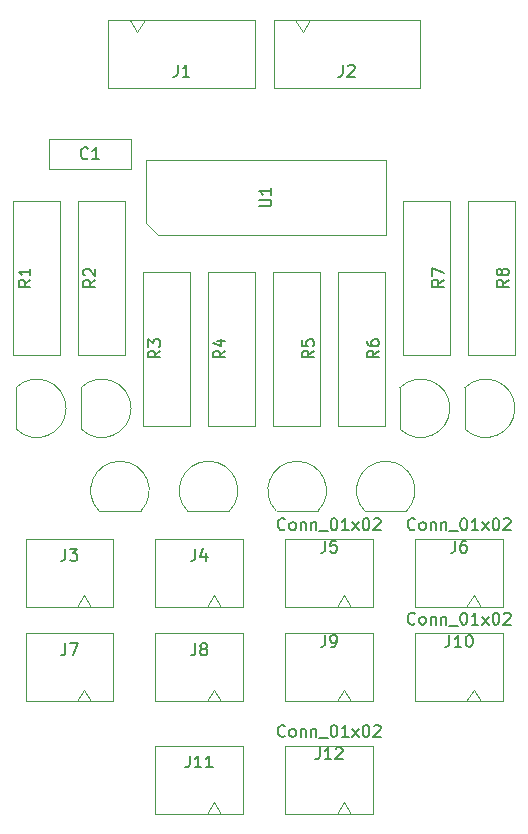
<source format=gbr>
G04 #@! TF.GenerationSoftware,KiCad,Pcbnew,(5.1.7)-1*
G04 #@! TF.CreationDate,2020-12-19T16:12:24+02:00*
G04 #@! TF.ProjectId,8_switch_array,385f7377-6974-4636-985f-61727261792e,rev?*
G04 #@! TF.SameCoordinates,Original*
G04 #@! TF.FileFunction,Other,Fab,Top*
%FSLAX46Y46*%
G04 Gerber Fmt 4.6, Leading zero omitted, Abs format (unit mm)*
G04 Created by KiCad (PCBNEW (5.1.7)-1) date 2020-12-19 16:12:24*
%MOMM*%
%LPD*%
G01*
G04 APERTURE LIST*
%ADD10C,0.100000*%
%ADD11C,0.150000*%
G04 APERTURE END LIST*
D10*
X153500000Y-101850000D02*
X152875000Y-102850000D01*
X154125000Y-102850000D02*
X153500000Y-101850000D01*
X148550000Y-102850000D02*
X155950000Y-102850000D01*
X148550000Y-97100000D02*
X148550000Y-102850000D01*
X155950000Y-97100000D02*
X148550000Y-97100000D01*
X155950000Y-102850000D02*
X155950000Y-97100000D01*
X137730000Y-53865000D02*
X136730000Y-52865000D01*
X157050000Y-53865000D02*
X137730000Y-53865000D01*
X157050000Y-47515000D02*
X157050000Y-53865000D01*
X136730000Y-47515000D02*
X157050000Y-47515000D01*
X136730000Y-52865000D02*
X136730000Y-47515000D01*
X135500000Y-48250000D02*
X135500000Y-45750000D01*
X135500000Y-45750000D02*
X128500000Y-45750000D01*
X128500000Y-45750000D02*
X128500000Y-48250000D01*
X128500000Y-48250000D02*
X135500000Y-48250000D01*
X158250000Y-66800000D02*
X158250000Y-70300000D01*
X158246375Y-66786375D02*
G75*
G02*
X162480000Y-68540000I1753625J-1753625D01*
G01*
X158246375Y-70293625D02*
G75*
G03*
X162480000Y-68540000I1753625J1753625D01*
G01*
X168000000Y-51000000D02*
X164000000Y-51000000D01*
X164000000Y-51000000D02*
X164000000Y-64000000D01*
X164000000Y-64000000D02*
X168000000Y-64000000D01*
X168000000Y-64000000D02*
X168000000Y-51000000D01*
X162500000Y-51000000D02*
X158500000Y-51000000D01*
X158500000Y-51000000D02*
X158500000Y-64000000D01*
X158500000Y-64000000D02*
X162500000Y-64000000D01*
X162500000Y-64000000D02*
X162500000Y-51000000D01*
X146000000Y-57000000D02*
X142000000Y-57000000D01*
X142000000Y-57000000D02*
X142000000Y-70000000D01*
X142000000Y-70000000D02*
X146000000Y-70000000D01*
X146000000Y-70000000D02*
X146000000Y-57000000D01*
X140500000Y-57000000D02*
X136500000Y-57000000D01*
X136500000Y-57000000D02*
X136500000Y-70000000D01*
X136500000Y-70000000D02*
X140500000Y-70000000D01*
X140500000Y-70000000D02*
X140500000Y-57000000D01*
X163750000Y-66800000D02*
X163750000Y-70300000D01*
X163746375Y-66786375D02*
G75*
G02*
X167980000Y-68540000I1753625J-1753625D01*
G01*
X163746375Y-70293625D02*
G75*
G03*
X167980000Y-68540000I1753625J1753625D01*
G01*
X140300000Y-77250000D02*
X143800000Y-77250000D01*
X140286375Y-77253625D02*
G75*
G02*
X142040000Y-73020000I1753625J1753625D01*
G01*
X143793625Y-77253625D02*
G75*
G03*
X142040000Y-73020000I-1753625J1753625D01*
G01*
X132800000Y-77250000D02*
X136300000Y-77250000D01*
X132786375Y-77253625D02*
G75*
G02*
X134540000Y-73020000I1753625J1753625D01*
G01*
X136293625Y-77253625D02*
G75*
G03*
X134540000Y-73020000I-1753625J1753625D01*
G01*
X166950000Y-93350000D02*
X166950000Y-87600000D01*
X166950000Y-87600000D02*
X159550000Y-87600000D01*
X159550000Y-87600000D02*
X159550000Y-93350000D01*
X159550000Y-93350000D02*
X166950000Y-93350000D01*
X165125000Y-93350000D02*
X164500000Y-92350000D01*
X164500000Y-92350000D02*
X163875000Y-93350000D01*
X155950000Y-93350000D02*
X155950000Y-87600000D01*
X155950000Y-87600000D02*
X148550000Y-87600000D01*
X148550000Y-87600000D02*
X148550000Y-93350000D01*
X148550000Y-93350000D02*
X155950000Y-93350000D01*
X154125000Y-93350000D02*
X153500000Y-92350000D01*
X153500000Y-92350000D02*
X152875000Y-93350000D01*
X166950000Y-85350000D02*
X166950000Y-79600000D01*
X166950000Y-79600000D02*
X159550000Y-79600000D01*
X159550000Y-79600000D02*
X159550000Y-85350000D01*
X159550000Y-85350000D02*
X166950000Y-85350000D01*
X165125000Y-85350000D02*
X164500000Y-84350000D01*
X164500000Y-84350000D02*
X163875000Y-85350000D01*
X155950000Y-85350000D02*
X155950000Y-79600000D01*
X155950000Y-79600000D02*
X148550000Y-79600000D01*
X148550000Y-79600000D02*
X148550000Y-85350000D01*
X148550000Y-85350000D02*
X155950000Y-85350000D01*
X154125000Y-85350000D02*
X153500000Y-84350000D01*
X153500000Y-84350000D02*
X152875000Y-85350000D01*
X135000000Y-51000000D02*
X131000000Y-51000000D01*
X131000000Y-51000000D02*
X131000000Y-64000000D01*
X131000000Y-64000000D02*
X135000000Y-64000000D01*
X135000000Y-64000000D02*
X135000000Y-51000000D01*
X151500000Y-57000000D02*
X147500000Y-57000000D01*
X147500000Y-57000000D02*
X147500000Y-70000000D01*
X147500000Y-70000000D02*
X151500000Y-70000000D01*
X151500000Y-70000000D02*
X151500000Y-57000000D01*
X129500000Y-51000000D02*
X125500000Y-51000000D01*
X125500000Y-51000000D02*
X125500000Y-64000000D01*
X125500000Y-64000000D02*
X129500000Y-64000000D01*
X129500000Y-64000000D02*
X129500000Y-51000000D01*
X157000000Y-57000000D02*
X153000000Y-57000000D01*
X153000000Y-57000000D02*
X153000000Y-70000000D01*
X153000000Y-70000000D02*
X157000000Y-70000000D01*
X157000000Y-70000000D02*
X157000000Y-57000000D01*
X131250000Y-66800000D02*
X131250000Y-70300000D01*
X131246375Y-66786375D02*
G75*
G02*
X135480000Y-68540000I1753625J-1753625D01*
G01*
X131246375Y-70293625D02*
G75*
G03*
X135480000Y-68540000I1753625J1753625D01*
G01*
X147800000Y-77250000D02*
X151300000Y-77250000D01*
X147786375Y-77253625D02*
G75*
G02*
X149540000Y-73020000I1753625J1753625D01*
G01*
X151293625Y-77253625D02*
G75*
G03*
X149540000Y-73020000I-1753625J1753625D01*
G01*
X125750000Y-66800000D02*
X125750000Y-70300000D01*
X125746375Y-66786375D02*
G75*
G02*
X129980000Y-68540000I1753625J-1753625D01*
G01*
X125746375Y-70293625D02*
G75*
G03*
X129980000Y-68540000I1753625J1753625D01*
G01*
X155300000Y-77250000D02*
X158800000Y-77250000D01*
X155286375Y-77253625D02*
G75*
G02*
X157040000Y-73020000I1753625J1753625D01*
G01*
X158793625Y-77253625D02*
G75*
G03*
X157040000Y-73020000I-1753625J1753625D01*
G01*
X144950000Y-102850000D02*
X144950000Y-97100000D01*
X144950000Y-97100000D02*
X137550000Y-97100000D01*
X137550000Y-97100000D02*
X137550000Y-102850000D01*
X137550000Y-102850000D02*
X144950000Y-102850000D01*
X143125000Y-102850000D02*
X142500000Y-101850000D01*
X142500000Y-101850000D02*
X141875000Y-102850000D01*
X144950000Y-85350000D02*
X144950000Y-79600000D01*
X144950000Y-79600000D02*
X137550000Y-79600000D01*
X137550000Y-79600000D02*
X137550000Y-85350000D01*
X137550000Y-85350000D02*
X144950000Y-85350000D01*
X143125000Y-85350000D02*
X142500000Y-84350000D01*
X142500000Y-84350000D02*
X141875000Y-85350000D01*
X133950000Y-93350000D02*
X133950000Y-87600000D01*
X133950000Y-87600000D02*
X126550000Y-87600000D01*
X126550000Y-87600000D02*
X126550000Y-93350000D01*
X126550000Y-93350000D02*
X133950000Y-93350000D01*
X132125000Y-93350000D02*
X131500000Y-92350000D01*
X131500000Y-92350000D02*
X130875000Y-93350000D01*
X133950000Y-85350000D02*
X133950000Y-79600000D01*
X133950000Y-79600000D02*
X126550000Y-79600000D01*
X126550000Y-79600000D02*
X126550000Y-85350000D01*
X126550000Y-85350000D02*
X133950000Y-85350000D01*
X132125000Y-85350000D02*
X131500000Y-84350000D01*
X131500000Y-84350000D02*
X130875000Y-85350000D01*
X144950000Y-93350000D02*
X144950000Y-87600000D01*
X144950000Y-87600000D02*
X137550000Y-87600000D01*
X137550000Y-87600000D02*
X137550000Y-93350000D01*
X137550000Y-93350000D02*
X144950000Y-93350000D01*
X143125000Y-93350000D02*
X142500000Y-92350000D01*
X142500000Y-92350000D02*
X141875000Y-93350000D01*
X147550000Y-35650000D02*
X147550000Y-41400000D01*
X147550000Y-41400000D02*
X159950000Y-41400000D01*
X159950000Y-41400000D02*
X159950000Y-35650000D01*
X159950000Y-35650000D02*
X147550000Y-35650000D01*
X149375000Y-35650000D02*
X150000000Y-36650000D01*
X150000000Y-36650000D02*
X150625000Y-35650000D01*
X133550000Y-35650000D02*
X133550000Y-41400000D01*
X133550000Y-41400000D02*
X145950000Y-41400000D01*
X145950000Y-41400000D02*
X145950000Y-35650000D01*
X145950000Y-35650000D02*
X133550000Y-35650000D01*
X135375000Y-35650000D02*
X136000000Y-36650000D01*
X136000000Y-36650000D02*
X136625000Y-35650000D01*
D11*
X148511904Y-96257142D02*
X148464285Y-96304761D01*
X148321428Y-96352380D01*
X148226190Y-96352380D01*
X148083333Y-96304761D01*
X147988095Y-96209523D01*
X147940476Y-96114285D01*
X147892857Y-95923809D01*
X147892857Y-95780952D01*
X147940476Y-95590476D01*
X147988095Y-95495238D01*
X148083333Y-95400000D01*
X148226190Y-95352380D01*
X148321428Y-95352380D01*
X148464285Y-95400000D01*
X148511904Y-95447619D01*
X149083333Y-96352380D02*
X148988095Y-96304761D01*
X148940476Y-96257142D01*
X148892857Y-96161904D01*
X148892857Y-95876190D01*
X148940476Y-95780952D01*
X148988095Y-95733333D01*
X149083333Y-95685714D01*
X149226190Y-95685714D01*
X149321428Y-95733333D01*
X149369047Y-95780952D01*
X149416666Y-95876190D01*
X149416666Y-96161904D01*
X149369047Y-96257142D01*
X149321428Y-96304761D01*
X149226190Y-96352380D01*
X149083333Y-96352380D01*
X149845238Y-95685714D02*
X149845238Y-96352380D01*
X149845238Y-95780952D02*
X149892857Y-95733333D01*
X149988095Y-95685714D01*
X150130952Y-95685714D01*
X150226190Y-95733333D01*
X150273809Y-95828571D01*
X150273809Y-96352380D01*
X150750000Y-95685714D02*
X150750000Y-96352380D01*
X150750000Y-95780952D02*
X150797619Y-95733333D01*
X150892857Y-95685714D01*
X151035714Y-95685714D01*
X151130952Y-95733333D01*
X151178571Y-95828571D01*
X151178571Y-96352380D01*
X151416666Y-96447619D02*
X152178571Y-96447619D01*
X152607142Y-95352380D02*
X152702380Y-95352380D01*
X152797619Y-95400000D01*
X152845238Y-95447619D01*
X152892857Y-95542857D01*
X152940476Y-95733333D01*
X152940476Y-95971428D01*
X152892857Y-96161904D01*
X152845238Y-96257142D01*
X152797619Y-96304761D01*
X152702380Y-96352380D01*
X152607142Y-96352380D01*
X152511904Y-96304761D01*
X152464285Y-96257142D01*
X152416666Y-96161904D01*
X152369047Y-95971428D01*
X152369047Y-95733333D01*
X152416666Y-95542857D01*
X152464285Y-95447619D01*
X152511904Y-95400000D01*
X152607142Y-95352380D01*
X153892857Y-96352380D02*
X153321428Y-96352380D01*
X153607142Y-96352380D02*
X153607142Y-95352380D01*
X153511904Y-95495238D01*
X153416666Y-95590476D01*
X153321428Y-95638095D01*
X154226190Y-96352380D02*
X154750000Y-95685714D01*
X154226190Y-95685714D02*
X154750000Y-96352380D01*
X155321428Y-95352380D02*
X155416666Y-95352380D01*
X155511904Y-95400000D01*
X155559523Y-95447619D01*
X155607142Y-95542857D01*
X155654761Y-95733333D01*
X155654761Y-95971428D01*
X155607142Y-96161904D01*
X155559523Y-96257142D01*
X155511904Y-96304761D01*
X155416666Y-96352380D01*
X155321428Y-96352380D01*
X155226190Y-96304761D01*
X155178571Y-96257142D01*
X155130952Y-96161904D01*
X155083333Y-95971428D01*
X155083333Y-95733333D01*
X155130952Y-95542857D01*
X155178571Y-95447619D01*
X155226190Y-95400000D01*
X155321428Y-95352380D01*
X156035714Y-95447619D02*
X156083333Y-95400000D01*
X156178571Y-95352380D01*
X156416666Y-95352380D01*
X156511904Y-95400000D01*
X156559523Y-95447619D01*
X156607142Y-95542857D01*
X156607142Y-95638095D01*
X156559523Y-95780952D01*
X155988095Y-96352380D01*
X156607142Y-96352380D01*
X151440476Y-97252380D02*
X151440476Y-97966666D01*
X151392857Y-98109523D01*
X151297619Y-98204761D01*
X151154761Y-98252380D01*
X151059523Y-98252380D01*
X152440476Y-98252380D02*
X151869047Y-98252380D01*
X152154761Y-98252380D02*
X152154761Y-97252380D01*
X152059523Y-97395238D01*
X151964285Y-97490476D01*
X151869047Y-97538095D01*
X152821428Y-97347619D02*
X152869047Y-97300000D01*
X152964285Y-97252380D01*
X153202380Y-97252380D01*
X153297619Y-97300000D01*
X153345238Y-97347619D01*
X153392857Y-97442857D01*
X153392857Y-97538095D01*
X153345238Y-97680952D01*
X152773809Y-98252380D01*
X153392857Y-98252380D01*
X146342380Y-51451904D02*
X147151904Y-51451904D01*
X147247142Y-51404285D01*
X147294761Y-51356666D01*
X147342380Y-51261428D01*
X147342380Y-51070952D01*
X147294761Y-50975714D01*
X147247142Y-50928095D01*
X147151904Y-50880476D01*
X146342380Y-50880476D01*
X147342380Y-49880476D02*
X147342380Y-50451904D01*
X147342380Y-50166190D02*
X146342380Y-50166190D01*
X146485238Y-50261428D01*
X146580476Y-50356666D01*
X146628095Y-50451904D01*
X131833333Y-47357142D02*
X131785714Y-47404761D01*
X131642857Y-47452380D01*
X131547619Y-47452380D01*
X131404761Y-47404761D01*
X131309523Y-47309523D01*
X131261904Y-47214285D01*
X131214285Y-47023809D01*
X131214285Y-46880952D01*
X131261904Y-46690476D01*
X131309523Y-46595238D01*
X131404761Y-46500000D01*
X131547619Y-46452380D01*
X131642857Y-46452380D01*
X131785714Y-46500000D01*
X131833333Y-46547619D01*
X132785714Y-47452380D02*
X132214285Y-47452380D01*
X132500000Y-47452380D02*
X132500000Y-46452380D01*
X132404761Y-46595238D01*
X132309523Y-46690476D01*
X132214285Y-46738095D01*
X167452380Y-57666666D02*
X166976190Y-58000000D01*
X167452380Y-58238095D02*
X166452380Y-58238095D01*
X166452380Y-57857142D01*
X166500000Y-57761904D01*
X166547619Y-57714285D01*
X166642857Y-57666666D01*
X166785714Y-57666666D01*
X166880952Y-57714285D01*
X166928571Y-57761904D01*
X166976190Y-57857142D01*
X166976190Y-58238095D01*
X166880952Y-57095238D02*
X166833333Y-57190476D01*
X166785714Y-57238095D01*
X166690476Y-57285714D01*
X166642857Y-57285714D01*
X166547619Y-57238095D01*
X166500000Y-57190476D01*
X166452380Y-57095238D01*
X166452380Y-56904761D01*
X166500000Y-56809523D01*
X166547619Y-56761904D01*
X166642857Y-56714285D01*
X166690476Y-56714285D01*
X166785714Y-56761904D01*
X166833333Y-56809523D01*
X166880952Y-56904761D01*
X166880952Y-57095238D01*
X166928571Y-57190476D01*
X166976190Y-57238095D01*
X167071428Y-57285714D01*
X167261904Y-57285714D01*
X167357142Y-57238095D01*
X167404761Y-57190476D01*
X167452380Y-57095238D01*
X167452380Y-56904761D01*
X167404761Y-56809523D01*
X167357142Y-56761904D01*
X167261904Y-56714285D01*
X167071428Y-56714285D01*
X166976190Y-56761904D01*
X166928571Y-56809523D01*
X166880952Y-56904761D01*
X161952380Y-57666666D02*
X161476190Y-58000000D01*
X161952380Y-58238095D02*
X160952380Y-58238095D01*
X160952380Y-57857142D01*
X161000000Y-57761904D01*
X161047619Y-57714285D01*
X161142857Y-57666666D01*
X161285714Y-57666666D01*
X161380952Y-57714285D01*
X161428571Y-57761904D01*
X161476190Y-57857142D01*
X161476190Y-58238095D01*
X160952380Y-57333333D02*
X160952380Y-56666666D01*
X161952380Y-57095238D01*
X143452380Y-63666666D02*
X142976190Y-64000000D01*
X143452380Y-64238095D02*
X142452380Y-64238095D01*
X142452380Y-63857142D01*
X142500000Y-63761904D01*
X142547619Y-63714285D01*
X142642857Y-63666666D01*
X142785714Y-63666666D01*
X142880952Y-63714285D01*
X142928571Y-63761904D01*
X142976190Y-63857142D01*
X142976190Y-64238095D01*
X142785714Y-62809523D02*
X143452380Y-62809523D01*
X142404761Y-63047619D02*
X143119047Y-63285714D01*
X143119047Y-62666666D01*
X137952380Y-63666666D02*
X137476190Y-64000000D01*
X137952380Y-64238095D02*
X136952380Y-64238095D01*
X136952380Y-63857142D01*
X137000000Y-63761904D01*
X137047619Y-63714285D01*
X137142857Y-63666666D01*
X137285714Y-63666666D01*
X137380952Y-63714285D01*
X137428571Y-63761904D01*
X137476190Y-63857142D01*
X137476190Y-64238095D01*
X136952380Y-63333333D02*
X136952380Y-62714285D01*
X137333333Y-63047619D01*
X137333333Y-62904761D01*
X137380952Y-62809523D01*
X137428571Y-62761904D01*
X137523809Y-62714285D01*
X137761904Y-62714285D01*
X137857142Y-62761904D01*
X137904761Y-62809523D01*
X137952380Y-62904761D01*
X137952380Y-63190476D01*
X137904761Y-63285714D01*
X137857142Y-63333333D01*
X159511904Y-86757142D02*
X159464285Y-86804761D01*
X159321428Y-86852380D01*
X159226190Y-86852380D01*
X159083333Y-86804761D01*
X158988095Y-86709523D01*
X158940476Y-86614285D01*
X158892857Y-86423809D01*
X158892857Y-86280952D01*
X158940476Y-86090476D01*
X158988095Y-85995238D01*
X159083333Y-85900000D01*
X159226190Y-85852380D01*
X159321428Y-85852380D01*
X159464285Y-85900000D01*
X159511904Y-85947619D01*
X160083333Y-86852380D02*
X159988095Y-86804761D01*
X159940476Y-86757142D01*
X159892857Y-86661904D01*
X159892857Y-86376190D01*
X159940476Y-86280952D01*
X159988095Y-86233333D01*
X160083333Y-86185714D01*
X160226190Y-86185714D01*
X160321428Y-86233333D01*
X160369047Y-86280952D01*
X160416666Y-86376190D01*
X160416666Y-86661904D01*
X160369047Y-86757142D01*
X160321428Y-86804761D01*
X160226190Y-86852380D01*
X160083333Y-86852380D01*
X160845238Y-86185714D02*
X160845238Y-86852380D01*
X160845238Y-86280952D02*
X160892857Y-86233333D01*
X160988095Y-86185714D01*
X161130952Y-86185714D01*
X161226190Y-86233333D01*
X161273809Y-86328571D01*
X161273809Y-86852380D01*
X161750000Y-86185714D02*
X161750000Y-86852380D01*
X161750000Y-86280952D02*
X161797619Y-86233333D01*
X161892857Y-86185714D01*
X162035714Y-86185714D01*
X162130952Y-86233333D01*
X162178571Y-86328571D01*
X162178571Y-86852380D01*
X162416666Y-86947619D02*
X163178571Y-86947619D01*
X163607142Y-85852380D02*
X163702380Y-85852380D01*
X163797619Y-85900000D01*
X163845238Y-85947619D01*
X163892857Y-86042857D01*
X163940476Y-86233333D01*
X163940476Y-86471428D01*
X163892857Y-86661904D01*
X163845238Y-86757142D01*
X163797619Y-86804761D01*
X163702380Y-86852380D01*
X163607142Y-86852380D01*
X163511904Y-86804761D01*
X163464285Y-86757142D01*
X163416666Y-86661904D01*
X163369047Y-86471428D01*
X163369047Y-86233333D01*
X163416666Y-86042857D01*
X163464285Y-85947619D01*
X163511904Y-85900000D01*
X163607142Y-85852380D01*
X164892857Y-86852380D02*
X164321428Y-86852380D01*
X164607142Y-86852380D02*
X164607142Y-85852380D01*
X164511904Y-85995238D01*
X164416666Y-86090476D01*
X164321428Y-86138095D01*
X165226190Y-86852380D02*
X165750000Y-86185714D01*
X165226190Y-86185714D02*
X165750000Y-86852380D01*
X166321428Y-85852380D02*
X166416666Y-85852380D01*
X166511904Y-85900000D01*
X166559523Y-85947619D01*
X166607142Y-86042857D01*
X166654761Y-86233333D01*
X166654761Y-86471428D01*
X166607142Y-86661904D01*
X166559523Y-86757142D01*
X166511904Y-86804761D01*
X166416666Y-86852380D01*
X166321428Y-86852380D01*
X166226190Y-86804761D01*
X166178571Y-86757142D01*
X166130952Y-86661904D01*
X166083333Y-86471428D01*
X166083333Y-86233333D01*
X166130952Y-86042857D01*
X166178571Y-85947619D01*
X166226190Y-85900000D01*
X166321428Y-85852380D01*
X167035714Y-85947619D02*
X167083333Y-85900000D01*
X167178571Y-85852380D01*
X167416666Y-85852380D01*
X167511904Y-85900000D01*
X167559523Y-85947619D01*
X167607142Y-86042857D01*
X167607142Y-86138095D01*
X167559523Y-86280952D01*
X166988095Y-86852380D01*
X167607142Y-86852380D01*
X162440476Y-87752380D02*
X162440476Y-88466666D01*
X162392857Y-88609523D01*
X162297619Y-88704761D01*
X162154761Y-88752380D01*
X162059523Y-88752380D01*
X163440476Y-88752380D02*
X162869047Y-88752380D01*
X163154761Y-88752380D02*
X163154761Y-87752380D01*
X163059523Y-87895238D01*
X162964285Y-87990476D01*
X162869047Y-88038095D01*
X164059523Y-87752380D02*
X164154761Y-87752380D01*
X164250000Y-87800000D01*
X164297619Y-87847619D01*
X164345238Y-87942857D01*
X164392857Y-88133333D01*
X164392857Y-88371428D01*
X164345238Y-88561904D01*
X164297619Y-88657142D01*
X164250000Y-88704761D01*
X164154761Y-88752380D01*
X164059523Y-88752380D01*
X163964285Y-88704761D01*
X163916666Y-88657142D01*
X163869047Y-88561904D01*
X163821428Y-88371428D01*
X163821428Y-88133333D01*
X163869047Y-87942857D01*
X163916666Y-87847619D01*
X163964285Y-87800000D01*
X164059523Y-87752380D01*
X151916666Y-87752380D02*
X151916666Y-88466666D01*
X151869047Y-88609523D01*
X151773809Y-88704761D01*
X151630952Y-88752380D01*
X151535714Y-88752380D01*
X152440476Y-88752380D02*
X152630952Y-88752380D01*
X152726190Y-88704761D01*
X152773809Y-88657142D01*
X152869047Y-88514285D01*
X152916666Y-88323809D01*
X152916666Y-87942857D01*
X152869047Y-87847619D01*
X152821428Y-87800000D01*
X152726190Y-87752380D01*
X152535714Y-87752380D01*
X152440476Y-87800000D01*
X152392857Y-87847619D01*
X152345238Y-87942857D01*
X152345238Y-88180952D01*
X152392857Y-88276190D01*
X152440476Y-88323809D01*
X152535714Y-88371428D01*
X152726190Y-88371428D01*
X152821428Y-88323809D01*
X152869047Y-88276190D01*
X152916666Y-88180952D01*
X159511904Y-78757142D02*
X159464285Y-78804761D01*
X159321428Y-78852380D01*
X159226190Y-78852380D01*
X159083333Y-78804761D01*
X158988095Y-78709523D01*
X158940476Y-78614285D01*
X158892857Y-78423809D01*
X158892857Y-78280952D01*
X158940476Y-78090476D01*
X158988095Y-77995238D01*
X159083333Y-77900000D01*
X159226190Y-77852380D01*
X159321428Y-77852380D01*
X159464285Y-77900000D01*
X159511904Y-77947619D01*
X160083333Y-78852380D02*
X159988095Y-78804761D01*
X159940476Y-78757142D01*
X159892857Y-78661904D01*
X159892857Y-78376190D01*
X159940476Y-78280952D01*
X159988095Y-78233333D01*
X160083333Y-78185714D01*
X160226190Y-78185714D01*
X160321428Y-78233333D01*
X160369047Y-78280952D01*
X160416666Y-78376190D01*
X160416666Y-78661904D01*
X160369047Y-78757142D01*
X160321428Y-78804761D01*
X160226190Y-78852380D01*
X160083333Y-78852380D01*
X160845238Y-78185714D02*
X160845238Y-78852380D01*
X160845238Y-78280952D02*
X160892857Y-78233333D01*
X160988095Y-78185714D01*
X161130952Y-78185714D01*
X161226190Y-78233333D01*
X161273809Y-78328571D01*
X161273809Y-78852380D01*
X161750000Y-78185714D02*
X161750000Y-78852380D01*
X161750000Y-78280952D02*
X161797619Y-78233333D01*
X161892857Y-78185714D01*
X162035714Y-78185714D01*
X162130952Y-78233333D01*
X162178571Y-78328571D01*
X162178571Y-78852380D01*
X162416666Y-78947619D02*
X163178571Y-78947619D01*
X163607142Y-77852380D02*
X163702380Y-77852380D01*
X163797619Y-77900000D01*
X163845238Y-77947619D01*
X163892857Y-78042857D01*
X163940476Y-78233333D01*
X163940476Y-78471428D01*
X163892857Y-78661904D01*
X163845238Y-78757142D01*
X163797619Y-78804761D01*
X163702380Y-78852380D01*
X163607142Y-78852380D01*
X163511904Y-78804761D01*
X163464285Y-78757142D01*
X163416666Y-78661904D01*
X163369047Y-78471428D01*
X163369047Y-78233333D01*
X163416666Y-78042857D01*
X163464285Y-77947619D01*
X163511904Y-77900000D01*
X163607142Y-77852380D01*
X164892857Y-78852380D02*
X164321428Y-78852380D01*
X164607142Y-78852380D02*
X164607142Y-77852380D01*
X164511904Y-77995238D01*
X164416666Y-78090476D01*
X164321428Y-78138095D01*
X165226190Y-78852380D02*
X165750000Y-78185714D01*
X165226190Y-78185714D02*
X165750000Y-78852380D01*
X166321428Y-77852380D02*
X166416666Y-77852380D01*
X166511904Y-77900000D01*
X166559523Y-77947619D01*
X166607142Y-78042857D01*
X166654761Y-78233333D01*
X166654761Y-78471428D01*
X166607142Y-78661904D01*
X166559523Y-78757142D01*
X166511904Y-78804761D01*
X166416666Y-78852380D01*
X166321428Y-78852380D01*
X166226190Y-78804761D01*
X166178571Y-78757142D01*
X166130952Y-78661904D01*
X166083333Y-78471428D01*
X166083333Y-78233333D01*
X166130952Y-78042857D01*
X166178571Y-77947619D01*
X166226190Y-77900000D01*
X166321428Y-77852380D01*
X167035714Y-77947619D02*
X167083333Y-77900000D01*
X167178571Y-77852380D01*
X167416666Y-77852380D01*
X167511904Y-77900000D01*
X167559523Y-77947619D01*
X167607142Y-78042857D01*
X167607142Y-78138095D01*
X167559523Y-78280952D01*
X166988095Y-78852380D01*
X167607142Y-78852380D01*
X162916666Y-79752380D02*
X162916666Y-80466666D01*
X162869047Y-80609523D01*
X162773809Y-80704761D01*
X162630952Y-80752380D01*
X162535714Y-80752380D01*
X163821428Y-79752380D02*
X163630952Y-79752380D01*
X163535714Y-79800000D01*
X163488095Y-79847619D01*
X163392857Y-79990476D01*
X163345238Y-80180952D01*
X163345238Y-80561904D01*
X163392857Y-80657142D01*
X163440476Y-80704761D01*
X163535714Y-80752380D01*
X163726190Y-80752380D01*
X163821428Y-80704761D01*
X163869047Y-80657142D01*
X163916666Y-80561904D01*
X163916666Y-80323809D01*
X163869047Y-80228571D01*
X163821428Y-80180952D01*
X163726190Y-80133333D01*
X163535714Y-80133333D01*
X163440476Y-80180952D01*
X163392857Y-80228571D01*
X163345238Y-80323809D01*
X148511904Y-78757142D02*
X148464285Y-78804761D01*
X148321428Y-78852380D01*
X148226190Y-78852380D01*
X148083333Y-78804761D01*
X147988095Y-78709523D01*
X147940476Y-78614285D01*
X147892857Y-78423809D01*
X147892857Y-78280952D01*
X147940476Y-78090476D01*
X147988095Y-77995238D01*
X148083333Y-77900000D01*
X148226190Y-77852380D01*
X148321428Y-77852380D01*
X148464285Y-77900000D01*
X148511904Y-77947619D01*
X149083333Y-78852380D02*
X148988095Y-78804761D01*
X148940476Y-78757142D01*
X148892857Y-78661904D01*
X148892857Y-78376190D01*
X148940476Y-78280952D01*
X148988095Y-78233333D01*
X149083333Y-78185714D01*
X149226190Y-78185714D01*
X149321428Y-78233333D01*
X149369047Y-78280952D01*
X149416666Y-78376190D01*
X149416666Y-78661904D01*
X149369047Y-78757142D01*
X149321428Y-78804761D01*
X149226190Y-78852380D01*
X149083333Y-78852380D01*
X149845238Y-78185714D02*
X149845238Y-78852380D01*
X149845238Y-78280952D02*
X149892857Y-78233333D01*
X149988095Y-78185714D01*
X150130952Y-78185714D01*
X150226190Y-78233333D01*
X150273809Y-78328571D01*
X150273809Y-78852380D01*
X150750000Y-78185714D02*
X150750000Y-78852380D01*
X150750000Y-78280952D02*
X150797619Y-78233333D01*
X150892857Y-78185714D01*
X151035714Y-78185714D01*
X151130952Y-78233333D01*
X151178571Y-78328571D01*
X151178571Y-78852380D01*
X151416666Y-78947619D02*
X152178571Y-78947619D01*
X152607142Y-77852380D02*
X152702380Y-77852380D01*
X152797619Y-77900000D01*
X152845238Y-77947619D01*
X152892857Y-78042857D01*
X152940476Y-78233333D01*
X152940476Y-78471428D01*
X152892857Y-78661904D01*
X152845238Y-78757142D01*
X152797619Y-78804761D01*
X152702380Y-78852380D01*
X152607142Y-78852380D01*
X152511904Y-78804761D01*
X152464285Y-78757142D01*
X152416666Y-78661904D01*
X152369047Y-78471428D01*
X152369047Y-78233333D01*
X152416666Y-78042857D01*
X152464285Y-77947619D01*
X152511904Y-77900000D01*
X152607142Y-77852380D01*
X153892857Y-78852380D02*
X153321428Y-78852380D01*
X153607142Y-78852380D02*
X153607142Y-77852380D01*
X153511904Y-77995238D01*
X153416666Y-78090476D01*
X153321428Y-78138095D01*
X154226190Y-78852380D02*
X154750000Y-78185714D01*
X154226190Y-78185714D02*
X154750000Y-78852380D01*
X155321428Y-77852380D02*
X155416666Y-77852380D01*
X155511904Y-77900000D01*
X155559523Y-77947619D01*
X155607142Y-78042857D01*
X155654761Y-78233333D01*
X155654761Y-78471428D01*
X155607142Y-78661904D01*
X155559523Y-78757142D01*
X155511904Y-78804761D01*
X155416666Y-78852380D01*
X155321428Y-78852380D01*
X155226190Y-78804761D01*
X155178571Y-78757142D01*
X155130952Y-78661904D01*
X155083333Y-78471428D01*
X155083333Y-78233333D01*
X155130952Y-78042857D01*
X155178571Y-77947619D01*
X155226190Y-77900000D01*
X155321428Y-77852380D01*
X156035714Y-77947619D02*
X156083333Y-77900000D01*
X156178571Y-77852380D01*
X156416666Y-77852380D01*
X156511904Y-77900000D01*
X156559523Y-77947619D01*
X156607142Y-78042857D01*
X156607142Y-78138095D01*
X156559523Y-78280952D01*
X155988095Y-78852380D01*
X156607142Y-78852380D01*
X151916666Y-79752380D02*
X151916666Y-80466666D01*
X151869047Y-80609523D01*
X151773809Y-80704761D01*
X151630952Y-80752380D01*
X151535714Y-80752380D01*
X152869047Y-79752380D02*
X152392857Y-79752380D01*
X152345238Y-80228571D01*
X152392857Y-80180952D01*
X152488095Y-80133333D01*
X152726190Y-80133333D01*
X152821428Y-80180952D01*
X152869047Y-80228571D01*
X152916666Y-80323809D01*
X152916666Y-80561904D01*
X152869047Y-80657142D01*
X152821428Y-80704761D01*
X152726190Y-80752380D01*
X152488095Y-80752380D01*
X152392857Y-80704761D01*
X152345238Y-80657142D01*
X132452380Y-57666666D02*
X131976190Y-58000000D01*
X132452380Y-58238095D02*
X131452380Y-58238095D01*
X131452380Y-57857142D01*
X131500000Y-57761904D01*
X131547619Y-57714285D01*
X131642857Y-57666666D01*
X131785714Y-57666666D01*
X131880952Y-57714285D01*
X131928571Y-57761904D01*
X131976190Y-57857142D01*
X131976190Y-58238095D01*
X131547619Y-57285714D02*
X131500000Y-57238095D01*
X131452380Y-57142857D01*
X131452380Y-56904761D01*
X131500000Y-56809523D01*
X131547619Y-56761904D01*
X131642857Y-56714285D01*
X131738095Y-56714285D01*
X131880952Y-56761904D01*
X132452380Y-57333333D01*
X132452380Y-56714285D01*
X150952380Y-63666666D02*
X150476190Y-64000000D01*
X150952380Y-64238095D02*
X149952380Y-64238095D01*
X149952380Y-63857142D01*
X150000000Y-63761904D01*
X150047619Y-63714285D01*
X150142857Y-63666666D01*
X150285714Y-63666666D01*
X150380952Y-63714285D01*
X150428571Y-63761904D01*
X150476190Y-63857142D01*
X150476190Y-64238095D01*
X149952380Y-62761904D02*
X149952380Y-63238095D01*
X150428571Y-63285714D01*
X150380952Y-63238095D01*
X150333333Y-63142857D01*
X150333333Y-62904761D01*
X150380952Y-62809523D01*
X150428571Y-62761904D01*
X150523809Y-62714285D01*
X150761904Y-62714285D01*
X150857142Y-62761904D01*
X150904761Y-62809523D01*
X150952380Y-62904761D01*
X150952380Y-63142857D01*
X150904761Y-63238095D01*
X150857142Y-63285714D01*
X126952380Y-57666666D02*
X126476190Y-58000000D01*
X126952380Y-58238095D02*
X125952380Y-58238095D01*
X125952380Y-57857142D01*
X126000000Y-57761904D01*
X126047619Y-57714285D01*
X126142857Y-57666666D01*
X126285714Y-57666666D01*
X126380952Y-57714285D01*
X126428571Y-57761904D01*
X126476190Y-57857142D01*
X126476190Y-58238095D01*
X126952380Y-56714285D02*
X126952380Y-57285714D01*
X126952380Y-57000000D02*
X125952380Y-57000000D01*
X126095238Y-57095238D01*
X126190476Y-57190476D01*
X126238095Y-57285714D01*
X156452380Y-63666666D02*
X155976190Y-64000000D01*
X156452380Y-64238095D02*
X155452380Y-64238095D01*
X155452380Y-63857142D01*
X155500000Y-63761904D01*
X155547619Y-63714285D01*
X155642857Y-63666666D01*
X155785714Y-63666666D01*
X155880952Y-63714285D01*
X155928571Y-63761904D01*
X155976190Y-63857142D01*
X155976190Y-64238095D01*
X155452380Y-62809523D02*
X155452380Y-63000000D01*
X155500000Y-63095238D01*
X155547619Y-63142857D01*
X155690476Y-63238095D01*
X155880952Y-63285714D01*
X156261904Y-63285714D01*
X156357142Y-63238095D01*
X156404761Y-63190476D01*
X156452380Y-63095238D01*
X156452380Y-62904761D01*
X156404761Y-62809523D01*
X156357142Y-62761904D01*
X156261904Y-62714285D01*
X156023809Y-62714285D01*
X155928571Y-62761904D01*
X155880952Y-62809523D01*
X155833333Y-62904761D01*
X155833333Y-63095238D01*
X155880952Y-63190476D01*
X155928571Y-63238095D01*
X156023809Y-63285714D01*
X140440476Y-97952380D02*
X140440476Y-98666666D01*
X140392857Y-98809523D01*
X140297619Y-98904761D01*
X140154761Y-98952380D01*
X140059523Y-98952380D01*
X141440476Y-98952380D02*
X140869047Y-98952380D01*
X141154761Y-98952380D02*
X141154761Y-97952380D01*
X141059523Y-98095238D01*
X140964285Y-98190476D01*
X140869047Y-98238095D01*
X142392857Y-98952380D02*
X141821428Y-98952380D01*
X142107142Y-98952380D02*
X142107142Y-97952380D01*
X142011904Y-98095238D01*
X141916666Y-98190476D01*
X141821428Y-98238095D01*
X140916666Y-80452380D02*
X140916666Y-81166666D01*
X140869047Y-81309523D01*
X140773809Y-81404761D01*
X140630952Y-81452380D01*
X140535714Y-81452380D01*
X141821428Y-80785714D02*
X141821428Y-81452380D01*
X141583333Y-80404761D02*
X141345238Y-81119047D01*
X141964285Y-81119047D01*
X129916666Y-88452380D02*
X129916666Y-89166666D01*
X129869047Y-89309523D01*
X129773809Y-89404761D01*
X129630952Y-89452380D01*
X129535714Y-89452380D01*
X130297619Y-88452380D02*
X130964285Y-88452380D01*
X130535714Y-89452380D01*
X129916666Y-80452380D02*
X129916666Y-81166666D01*
X129869047Y-81309523D01*
X129773809Y-81404761D01*
X129630952Y-81452380D01*
X129535714Y-81452380D01*
X130297619Y-80452380D02*
X130916666Y-80452380D01*
X130583333Y-80833333D01*
X130726190Y-80833333D01*
X130821428Y-80880952D01*
X130869047Y-80928571D01*
X130916666Y-81023809D01*
X130916666Y-81261904D01*
X130869047Y-81357142D01*
X130821428Y-81404761D01*
X130726190Y-81452380D01*
X130440476Y-81452380D01*
X130345238Y-81404761D01*
X130297619Y-81357142D01*
X140916666Y-88452380D02*
X140916666Y-89166666D01*
X140869047Y-89309523D01*
X140773809Y-89404761D01*
X140630952Y-89452380D01*
X140535714Y-89452380D01*
X141535714Y-88880952D02*
X141440476Y-88833333D01*
X141392857Y-88785714D01*
X141345238Y-88690476D01*
X141345238Y-88642857D01*
X141392857Y-88547619D01*
X141440476Y-88500000D01*
X141535714Y-88452380D01*
X141726190Y-88452380D01*
X141821428Y-88500000D01*
X141869047Y-88547619D01*
X141916666Y-88642857D01*
X141916666Y-88690476D01*
X141869047Y-88785714D01*
X141821428Y-88833333D01*
X141726190Y-88880952D01*
X141535714Y-88880952D01*
X141440476Y-88928571D01*
X141392857Y-88976190D01*
X141345238Y-89071428D01*
X141345238Y-89261904D01*
X141392857Y-89357142D01*
X141440476Y-89404761D01*
X141535714Y-89452380D01*
X141726190Y-89452380D01*
X141821428Y-89404761D01*
X141869047Y-89357142D01*
X141916666Y-89261904D01*
X141916666Y-89071428D01*
X141869047Y-88976190D01*
X141821428Y-88928571D01*
X141726190Y-88880952D01*
X153416666Y-39452380D02*
X153416666Y-40166666D01*
X153369047Y-40309523D01*
X153273809Y-40404761D01*
X153130952Y-40452380D01*
X153035714Y-40452380D01*
X153845238Y-39547619D02*
X153892857Y-39500000D01*
X153988095Y-39452380D01*
X154226190Y-39452380D01*
X154321428Y-39500000D01*
X154369047Y-39547619D01*
X154416666Y-39642857D01*
X154416666Y-39738095D01*
X154369047Y-39880952D01*
X153797619Y-40452380D01*
X154416666Y-40452380D01*
X139416666Y-39452380D02*
X139416666Y-40166666D01*
X139369047Y-40309523D01*
X139273809Y-40404761D01*
X139130952Y-40452380D01*
X139035714Y-40452380D01*
X140416666Y-40452380D02*
X139845238Y-40452380D01*
X140130952Y-40452380D02*
X140130952Y-39452380D01*
X140035714Y-39595238D01*
X139940476Y-39690476D01*
X139845238Y-39738095D01*
M02*

</source>
